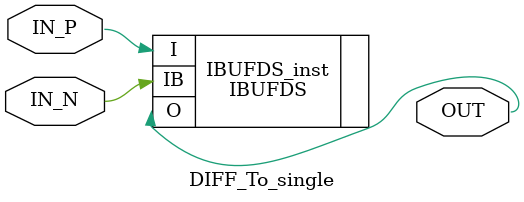
<source format=v>
`timescale 1ns / 1ps


module DIFF_To_single(
    input wire IN_P,
    input wire IN_N,
    output wire   OUT
    );
    
    
    
    IBUFDS #(
          .DIFF_TERM("TRUE"),       // Differential Termination
          .IBUF_LOW_PWR("FALSE"),     // Low power="TRUE", Highest performance="FALSE" 
          .IOSTANDARD("LVDS_25")     // Specify the input I/O standard
       ) IBUFDS_inst (
          .O(OUT),  // Buffer output
          .I(IN_P),  // Diff_p buffer input (connect directly to top-level port)
          .IB(IN_N) // Diff_n buffer input (connect directly to top-level port)
       );
endmodule

</source>
